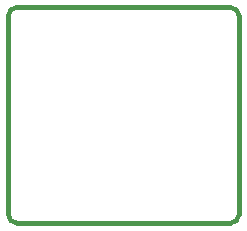
<source format=gm1>
G04 #@! TF.FileFunction,Profile,NP*
%FSLAX46Y46*%
G04 Gerber Fmt 4.6, Leading zero omitted, Abs format (unit mm)*
G04 Created by KiCad (PCBNEW 4.0.1-stable) date 3/1/2016 8:27:16 PM*
%MOMM*%
G01*
G04 APERTURE LIST*
%ADD10C,0.150000*%
%ADD11C,0.381000*%
G04 APERTURE END LIST*
D10*
D11*
X40640000Y-50546000D02*
X40640000Y-33782000D01*
X59436000Y-51308000D02*
X41402000Y-51308000D01*
X60198000Y-33782000D02*
X60198000Y-50546000D01*
X41402000Y-33020000D02*
X59436000Y-33020000D01*
X59436000Y-51308000D02*
G75*
G03X60198000Y-50546000I0J762000D01*
G01*
X40640000Y-50546000D02*
G75*
G03X41402000Y-51308000I762000J0D01*
G01*
X60198000Y-33782000D02*
G75*
G03X59436000Y-33020000I-762000J0D01*
G01*
X41402000Y-33020000D02*
G75*
G03X40640000Y-33782000I0J-762000D01*
G01*
M02*

</source>
